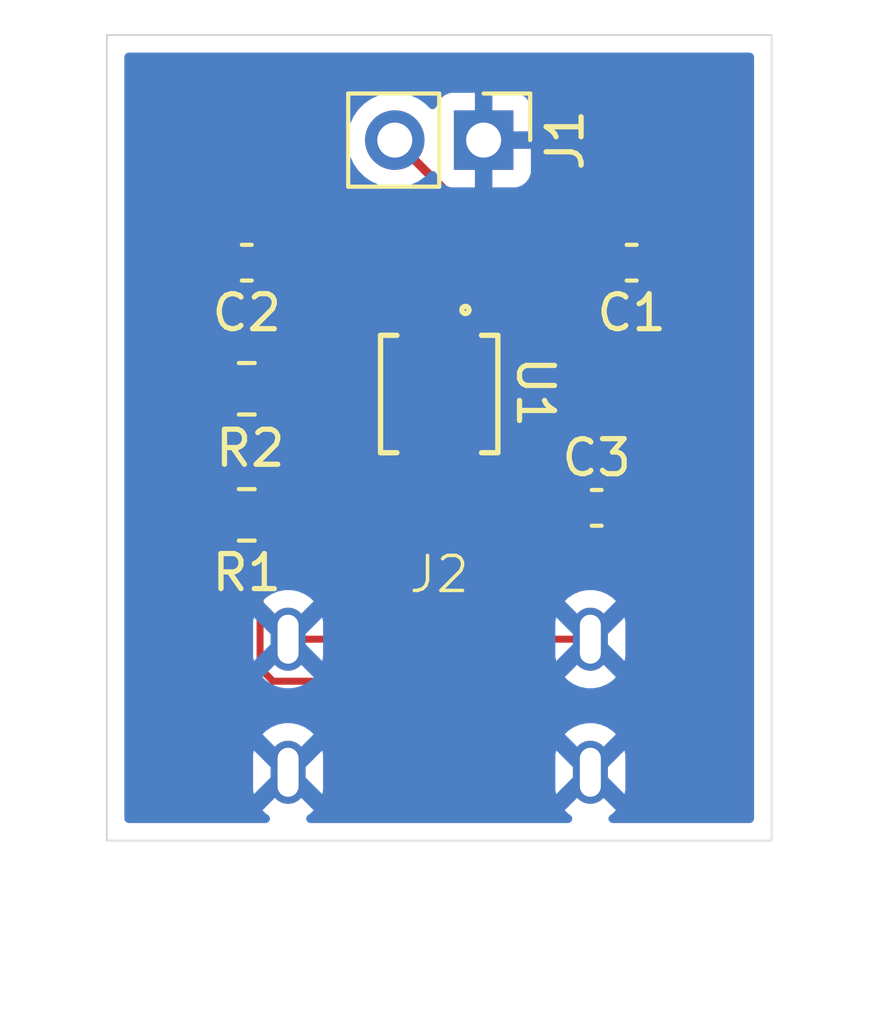
<source format=kicad_pcb>
(kicad_pcb (version 20240108) (generator "pcbnew") (generator_version "8.0")
  (layers (0 "F.Cu" signal) (31 "B.Cu" signal) (34 "B.Paste" user) (35 "F.Paste" user) (36 "B.SilkS" user "B.Silkscreen") (37 "F.SilkS" user "F.Silkscreen") (38 "B.Mask" user) (39 "F.Mask" user) (44 "Edge.Cuts" user))
  (net 0 "")
  (net 1 "+3.3V")
  (net 2 "GND")
  (net 3 "Net-(U1-SS)")
  (net 4 "+5V")
  (net 5 "Net-(J2-CC1)")
  (net 6 "Net-(J2-CC2)")
  (footprint "Capacitor_SMD:C_0603_1608Metric" (layer "F.Cu") (at 116 113.5)
    (property "Reference" "C3" (at 0 -1.43 0) (layer "F.SilkS"))
    (property "Value" "4.7uF")
    (fp_line (start -0.14058 -0.51) (end 0.14058 -0.51) (stroke (width 0.12)) (layer "F.SilkS"))
    (fp_line (start -0.14058 0.51) (end 0.14058 0.51) (stroke (width 0.12)) (layer "F.SilkS"))
    (pad "1" smd roundrect (at -0.775 0) (size 0.9 0.95) (layers "F.Cu" "F.Paste" "F.Mask") (net 4 "+5V"))
    (pad "2" smd roundrect (at 0.775 0) (size 0.9 0.95) (layers "F.Cu" "F.Paste" "F.Mask") (net 2 "GND"))
  )
  (footprint "Resistor_SMD:R_0805_2012Metric" (layer "F.Cu") (at 106 113.7 180)
    (property "Reference" "R1" (at 0 -1.65 360) (layer "F.SilkS"))
    (property "Value" "5.1k")
    (fp_line (start -0.227064 0.735) (end 0.227064 0.735) (stroke (width 0.12)) (layer "F.SilkS"))
    (fp_line (start -0.227064 -0.735) (end 0.227064 -0.735) (stroke (width 0.12)) (layer "F.SilkS"))
    (pad "1" smd roundrect (at -0.9125 0 180) (size 1.025 1.4) (layers "F.Cu" "F.Paste" "F.Mask") (roundrect_rratio 0.243902) (net 5 "Net-(J2-CC1)"))
    (pad "2" smd roundrect (at 0.9125 0 180) (size 1.025 1.4) (layers "F.Cu" "F.Paste" "F.Mask") (roundrect_rratio 0.243902) (net 2 "GND"))
  )
  (footprint "Connector_PinHeader_2.54mm:PinHeader_1x02_P2.54mm_Vertical" (layer "F.Cu") (at 112.77 103 -90)
    (property "Reference" "J1" (at 0 -2.33 90) (layer "F.SilkS"))
    (property "Value" "Conn_01x02" (hide yes))
    (fp_line (start -1.33 3.87) (end 1.33 3.87) (stroke (width 0.12)) (layer "F.SilkS"))
    (fp_line (start -1.33 1.27) (end -1.33 3.87) (stroke (width 0.12)) (layer "F.SilkS"))
    (fp_line (start -1.33 1.27) (end 1.33 1.27) (stroke (width 0.12)) (layer "F.SilkS"))
    (fp_line (start 1.33 1.27) (end 1.33 3.87) (stroke (width 0.12)) (layer "F.SilkS"))
    (fp_line (start -1.33 0) (end -1.33 -1.33) (stroke (width 0.12)) (layer "F.SilkS"))
    (fp_line (start -1.33 -1.33) (end 0 -1.33) (stroke (width 0.12)) (layer "F.SilkS"))
    (pad "1" thru_hole rect (at 0 0 270) (size 1.7 1.7) (drill 1) (layers "*.Cu" "*.Mask") (net 2 "GND"))
    (pad "2" thru_hole oval (at 0 2.54 270) (size 1.7 1.7) (drill 1) (layers "*.Cu" "*.Mask") (net 1 "+3.3V"))
  )
  (footprint "MC_301D:MC-301D USB Type C Female Connector" (layer "F.Cu") (at 111.5 120)
    (property "Reference" "J2" (at 0 -4.6 0) (layer "F.SilkS") (effects (font (thickness 0.1))))
    (property "Value" "USB_C_Receptacle_PowerOnly_6P")
    (pad "A5" smd rect (at -0.5 -2.75) (size 0.7 1) (layers "F.Cu" "F.Paste" "F.Mask") (net 5 "Net-(J2-CC1)"))
    (pad "A9" smd rect (at 1.5 -2.75) (size 0.8 1) (layers "F.Cu" "F.Paste" "F.Mask") (net 4 "+5V"))
    (pad "A12" smd rect (at 2.7 -2.75) (size 0.8 1) (layers "F.Cu" "F.Paste" "F.Mask") (net 2 "GND"))
    (pad "B5" smd rect (at 0.5 -2.75) (size 0.7 1) (layers "F.Cu" "F.Paste" "F.Mask") (net 6 "Net-(J2-CC2)"))
    (pad "B9" smd rect (at -1.5 -2.75) (size 0.8 1) (layers "F.Cu" "F.Paste" "F.Mask") (net 4 "+5V"))
    (pad "B12" smd rect (at -2.7 -2.75) (size 0.8 1) (layers "F.Cu" "F.Paste" "F.Mask") (net 2 "GND"))
    (pad "S1" thru_hole oval (at -4.32 -2.75) (size 1 1.8) (drill oval 0.6 1.4) (layers "*.Cu" "*.Mask") (net 2 "GND"))
    (pad "S1" thru_hole oval (at -4.32 1.05) (size 1 1.8) (drill oval 0.6 1.4) (layers "*.Cu" "*.Mask") (net 2 "GND"))
    (pad "S1" thru_hole oval (at 4.32 -2.75) (size 1 1.8) (drill oval 0.6 1.4) (layers "*.Cu" "*.Mask") (net 2 "GND"))
    (pad "S1" thru_hole oval (at 4.32 1.05) (size 1 1.8) (drill oval 0.6 1.4) (layers "*.Cu" "*.Mask") (net 2 "GND"))
  )
  (footprint "Capacitor_SMD:C_0603_1608Metric" (layer "F.Cu") (at 106 106.5 180)
    (property "Reference" "C2" (at 0 -1.43 360) (layer "F.SilkS"))
    (property "Value" "1nF")
    (fp_line (start -0.14058 0.51) (end 0.14058 0.51) (stroke (width 0.12)) (layer "F.SilkS"))
    (fp_line (start -0.14058 -0.51) (end 0.14058 -0.51) (stroke (width 0.12)) (layer "F.SilkS"))
    (pad "1" smd roundrect (at -0.775 0 180) (size 0.9 0.95) (layers "F.Cu" "F.Paste" "F.Mask") (net 3 "Net-(U1-SS)"))
    (pad "2" smd roundrect (at 0.775 0 180) (size 0.9 0.95) (layers "F.Cu" "F.Paste" "F.Mask") (net 2 "GND"))
  )
  (footprint "ADM7172ACPZ-3.3-R7:CP-8-21_ADI" (layer "F.Cu") (at 111.5 110.250001 -90)
    (property "Reference" "U1" (at -0.0546 -2.750001 -90) (layer "F.SilkS"))
    (property "Value" "ADM7172ACPZ-3.3-R7")
    (fp_line (start -1.6764 1.6764) (end 1.6764 1.6764) (stroke (width 0.1524)) (layer "F.SilkS"))
    (fp_line (start 1.6764 1.6764) (end 1.6764 1.210141) (stroke (width 0.1524)) (layer "F.SilkS"))
    (fp_line (start -1.6764 1.210141) (end -1.6764 1.6764) (stroke (width 0.1524)) (layer "F.SilkS"))
    (fp_line (start 1.6764 -1.210141) (end 1.6764 -1.6764) (stroke (width 0.1524)) (layer "F.SilkS"))
    (fp_line (start -1.6764 -1.6764) (end -1.6764 -1.210141) (stroke (width 0.1524)) (layer "F.SilkS"))
    (fp_line (start 1.6764 -1.6764) (end -1.6764 -1.6764) (stroke (width 0.1524)) (layer "F.SilkS"))
    (fp_circle (center -2.400199 -0.75) (end -2.298599 -0.75) (stroke (width 0.1524)) (fill none) (layer "F.SilkS"))
    (pad "1" smd rect (at -1.4454 -0.750001 270) (size 0.807999 0.2548) (layers "F.Cu" "F.Paste" "F.Mask") (net 1 "+3.3V"))
    (pad "2" smd rect (at -1.4454 -0.25 270) (size 0.807999 0.2548) (layers "F.Cu" "F.Paste" "F.Mask") (net 1 "+3.3V"))
    (pad "3" smd rect (at -1.4454 0.25 270) (size 0.807999 0.2548) (layers "F.Cu" "F.Paste" "F.Mask") (net 1 "+3.3V"))
    (pad "4" smd rect (at -1.4454 0.750001 270) (size 0.807999 0.2548) (layers "F.Cu" "F.Paste" "F.Mask") (net 3 "Net-(U1-SS)"))
    (pad "5" smd rect (at 1.4454 0.750001 270) (size 0.807999 0.2548) (layers "F.Cu" "F.Paste" "F.Mask") (net 4 "+5V"))
    (pad "6" smd rect (at 1.4454 0.25 270) (size 0.807999 0.2548) (layers "F.Cu" "F.Paste" "F.Mask") (net 2 "GND"))
    (pad "7" smd rect (at 1.4454 -0.25 270) (size 0.807999 0.2548) (layers "F.Cu" "F.Paste" "F.Mask") (net 4 "+5V"))
    (pad "8" smd rect (at 1.4454 -0.750001 270) (size 0.807999 0.2548) (layers "F.Cu" "F.Paste" "F.Mask") (net 4 "+5V"))
    (pad "9" smd rect (at 0 0 270) (size 1.7018 2.54) (layers "F.Cu" "F.Paste" "F.Mask") (net 2 "GND"))
  )
  (footprint "Resistor_SMD:R_0805_2012Metric" (layer "F.Cu") (at 106 110.1 180)
    (property "Reference" "R2" (at -0.1 -1.7 360) (layer "F.SilkS"))
    (property "Value" "5.1k")
    (fp_line (start -0.227064 0.735) (end 0.227064 0.735) (stroke (width 0.12)) (layer "F.SilkS"))
    (fp_line (start -0.227064 -0.735) (end 0.227064 -0.735) (stroke (width 0.12)) (layer "F.SilkS"))
    (pad "1" smd roundrect (at -0.9125 0 180) (size 1.025 1.4) (layers "F.Cu" "F.Paste" "F.Mask") (roundrect_rratio 0.243902) (net 6 "Net-(J2-CC2)"))
    (pad "2" smd roundrect (at 0.9125 0 180) (size 1.025 1.4) (layers "F.Cu" "F.Paste" "F.Mask") (roundrect_rratio 0.243902) (net 2 "GND"))
  )
  (footprint "Capacitor_SMD:C_0603_1608Metric" (layer "F.Cu") (at 117 106.5 180)
    (property "Reference" "C1" (at 0 -1.43 360) (layer "F.SilkS"))
    (property "Value" "4.7uF")
    (fp_line (start -0.14058 0.51) (end 0.14058 0.51) (stroke (width 0.12)) (layer "F.SilkS"))
    (fp_line (start -0.14058 -0.51) (end 0.14058 -0.51) (stroke (width 0.12)) (layer "F.SilkS"))
    (pad "1" smd roundrect (at -0.775 0 180) (size 0.9 0.95) (layers "F.Cu" "F.Paste" "F.Mask") (net 2 "GND"))
    (pad "2" smd roundrect (at 0.775 0 180) (size 0.9 0.95) (layers "F.Cu" "F.Paste" "F.Mask") (net 1 "+3.3V"))
  )
  (gr_rect (start 102 100) (end 121 123) (stroke (width 0.05)) (fill none) (layer "Edge.Cuts"))
  (segment (start 112.250001 108.804601) (end 111.25 108.804601) (width 0.25) (layer "F.Cu") (net 1))
  (segment (start 112.250001 106.5) (end 112.250001 108.804601) (width 0.25) (layer "F.Cu") (net 1))
  (segment (start 116.225 106.5) (end 112.250001 106.5) (width 0.2) (layer "F.Cu") (net 1))
  (segment (start 112.250001 105.020001) (end 112.250001 106.5) (width 0.25) (layer "F.Cu") (net 1))
  (segment (start 110.23 103) (end 112.250001 105.020001) (width 0.25) (layer "F.Cu") (net 1))
  (segment (start 114.2 117.25) (end 115.82 117.25) (width 0.2) (layer "F.Cu") (net 2))
  (segment (start 117.775 112.5) (end 116.775 113.5) (width 0.2) (layer "F.Cu") (net 2))
  (segment (start 116.775 113.5) (end 116.775 116.295) (width 0.2) (layer "F.Cu") (net 2))
  (segment (start 105.0875 109.0875) (end 105.225 108.95) (width 0.2) (layer "F.Cu") (net 2))
  (segment (start 105.0875 110.1) (end 105.0875 109.0875) (width 0.2) (layer "F.Cu") (net 2))
  (segment (start 111.25 110.500001) (end 111.5 110.250001) (width 0.2) (layer "F.Cu") (net 2))
  (segment (start 111.0809 110.250001) (end 108.8 112.530901) (width 0.2) (layer "F.Cu") (net 2))
  (segment (start 105.225 108.95) (end 105.225 106.5) (width 0.2) (layer "F.Cu") (net 2))
  (segment (start 117.775 106.5) (end 117.775 112.5) (width 0.2) (layer "F.Cu") (net 2))
  (segment (start 105.0875 113.7) (end 105.0875 110.1) (width 0.2) (layer "F.Cu") (net 2))
  (segment (start 108.8 117.25) (end 107.18 117.25) (width 0.2) (layer "F.Cu") (net 2))
  (segment (start 111.25 111.695401) (end 111.25 110.500001) (width 0.2) (layer "F.Cu") (net 2))
  (segment (start 105.0875 118.9575) (end 107.18 121.05) (width 0.2) (layer "F.Cu") (net 2))
  (segment (start 114.275 103) (end 112.77 103) (width 0.2) (layer "F.Cu") (net 2))
  (segment (start 105.0875 113.7) (end 105.0875 118.9575) (width 0.2) (layer "F.Cu") (net 2))
  (segment (start 117.775 106.5) (end 114.275 103) (width 0.2) (layer "F.Cu") (net 2))
  (segment (start 111.5 110.250001) (end 111.0809 110.250001) (width 0.2) (layer "F.Cu") (net 2))
  (segment (start 108.8 112.530901) (end 108.8 117.25) (width 0.2) (layer "F.Cu") (net 2))
  (segment (start 116.775 116.295) (end 115.82 117.25) (width 0.2) (layer "F.Cu") (net 2))
  (segment (start 109.3 106.5) (end 110.749999 107.949999) (width 0.2) (layer "F.Cu") (net 3))
  (segment (start 110.749999 107.949999) (end 110.749999 108.804601) (width 0.2) (layer "F.Cu") (net 3))
  (segment (start 106.775 106.5) (end 109.3 106.5) (width 0.2) (layer "F.Cu") (net 3))
  (segment (start 113 117.25) (end 113 115.5) (width 0.7) (layer "F.Cu") (net 4))
  (segment (start 110.749999 111.695401) (end 110.749999 113.249999) (width 0.2) (layer "F.Cu") (net 4))
  (segment (start 110 116.05) (end 110 117.25) (width 0.7) (layer "F.Cu") (net 4))
  (segment (start 113 115.5) (end 110.55 115.5) (width 0.7) (layer "F.Cu") (net 4))
  (segment (start 113 112.768001) (end 111.9274 111.695401) (width 0.7) (layer "F.Cu") (net 4))
  (segment (start 110.749999 113.249999) (end 111.7 114.2) (width 0.2) (layer "F.Cu") (net 4))
  (segment (start 115.225 113.5) (end 113 113.5) (width 0.2) (layer "F.Cu") (net 4))
  (segment (start 111.7 114.2) (end 113 114.2) (width 0.2) (layer "F.Cu") (net 4))
  (segment (start 110.55 115.5) (end 110 116.05) (width 0.7) (layer "F.Cu") (net 4))
  (segment (start 113 114.2) (end 113 113.5) (width 0.7) (layer "F.Cu") (net 4))
  (segment (start 113 113.5) (end 113 112.768001) (width 0.7) (layer "F.Cu") (net 4))
  (segment (start 113 115.5) (end 113 114.2) (width 0.7) (layer "F.Cu") (net 4))
  (segment (start 106.38 114.2325) (end 106.9125 113.7) (width 0.2) (layer "F.Cu") (net 5))
  (segment (start 106.38 118.08) (end 106.38 114.2325) (width 0.2) (layer "F.Cu") (net 5))
  (segment (start 111 117.95) (end 110.5 118.45) (width 0.2) (layer "F.Cu") (net 5))
  (segment (start 106.75 118.45) (end 106.38 118.08) (width 0.2) (layer "F.Cu") (net 5))
  (segment (start 111 117.25) (end 111 117.95) (width 0.2) (layer "F.Cu") (net 5))
  (segment (start 110.5 118.45) (end 106.75 118.45) (width 0.2) (layer "F.Cu") (net 5))
  (segment (start 106.55 118.85) (end 105.98 118.28) (width 0.2) (layer "F.Cu") (net 6))
  (segment (start 105.98 111.0325) (end 106.9125 110.1) (width 0.2) (layer "F.Cu") (net 6))
  (segment (start 105.98 118.28) (end 105.98 111.0325) (width 0.2) (layer "F.Cu") (net 6))
  (segment (start 111.1 118.85) (end 106.55 118.85) (width 0.2) (layer "F.Cu") (net 6))
  (segment (start 112 117.25) (end 112 117.95) (width 0.2) (layer "F.Cu") (net 6))
  (segment (start 112 117.95) (end 111.1 118.85) (width 0.2) (layer "F.Cu") (net 6))
  (zone (net 2) (net_name "GND") (layer "B.Cu") (connect_pads (clearance 0.5)) (min_thickness 0.25) (fill yes (thermal_gap 0.5) (thermal_bridge_width 0.5))
    (polygon (pts (xy 101 99) (xy 122 99) (xy 122 124) (xy 101 124)))
  )
)
</source>
